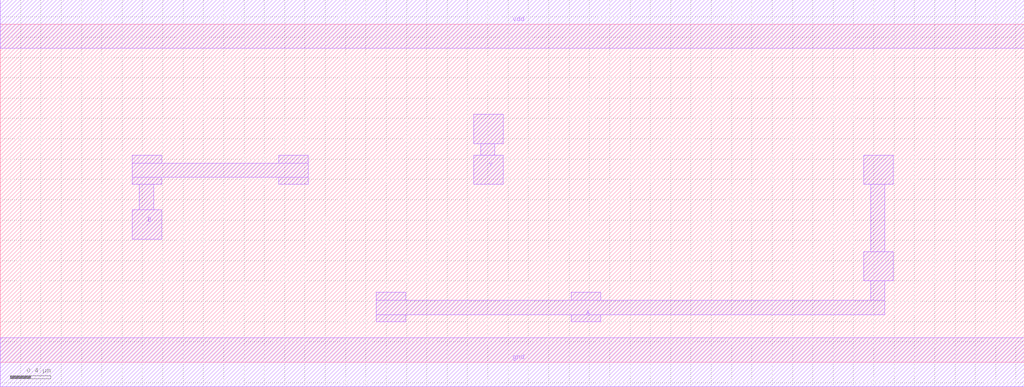
<source format=lef>
VERSION 5.7 ;
  NOWIREEXTENSIONATPIN ON ;
  DIVIDERCHAR "/" ;
  BUSBITCHARS "[]" ;
MACRO XNOR2X1
  CLASS CORE ;
  FOREIGN XNOR2X1 ;
  ORIGIN 0.000 0.000 ;
  SIZE 10.080 BY 3.330 ;
  SYMMETRY X Y R90 ;
  SITE unit ;
  PIN vdd
    DIRECTION INOUT ;
    USE POWER ;
    SHAPE ABUTMENT ;
    PORT
      LAYER met1 ;
        RECT 0.000 3.090 10.080 3.570 ;
    END
  END vdd
  PIN gnd
    DIRECTION INOUT ;
    USE GROUND ;
    SHAPE ABUTMENT ;
    PORT
      LAYER met1 ;
        RECT 0.000 -0.240 10.080 0.240 ;
    END
  END gnd
  PIN Y
    DIRECTION INOUT ;
    USE SIGNAL ;
    SHAPE ABUTMENT ;
    PORT
      LAYER met1 ;
        RECT 4.660 2.150 4.950 2.440 ;
        RECT 4.730 2.040 4.870 2.150 ;
        RECT 4.660 1.750 4.950 2.040 ;
    END
  END Y
  PIN A
    DIRECTION INOUT ;
    USE SIGNAL ;
    SHAPE ABUTMENT ;
    PORT
      LAYER met1 ;
        RECT 8.500 1.750 8.790 2.040 ;
        RECT 8.570 1.090 8.710 1.750 ;
        RECT 8.500 0.800 8.790 1.090 ;
        RECT 3.700 0.610 3.990 0.690 ;
        RECT 5.620 0.610 5.910 0.690 ;
        RECT 8.570 0.610 8.710 0.800 ;
        RECT 3.700 0.470 8.710 0.610 ;
        RECT 3.700 0.400 3.990 0.470 ;
        RECT 5.620 0.400 5.910 0.470 ;
    END
  END A
  PIN B
    DIRECTION INOUT ;
    USE SIGNAL ;
    SHAPE ABUTMENT ;
    PORT
      LAYER met1 ;
        RECT 1.300 1.960 1.590 2.040 ;
        RECT 2.740 1.960 3.030 2.040 ;
        RECT 1.300 1.820 3.030 1.960 ;
        RECT 1.300 1.750 1.590 1.820 ;
        RECT 2.740 1.750 3.030 1.820 ;
        RECT 1.370 1.500 1.510 1.750 ;
        RECT 1.300 1.210 1.590 1.500 ;
    END
  END B
END XNOR2X1
END LIBRARY


</source>
